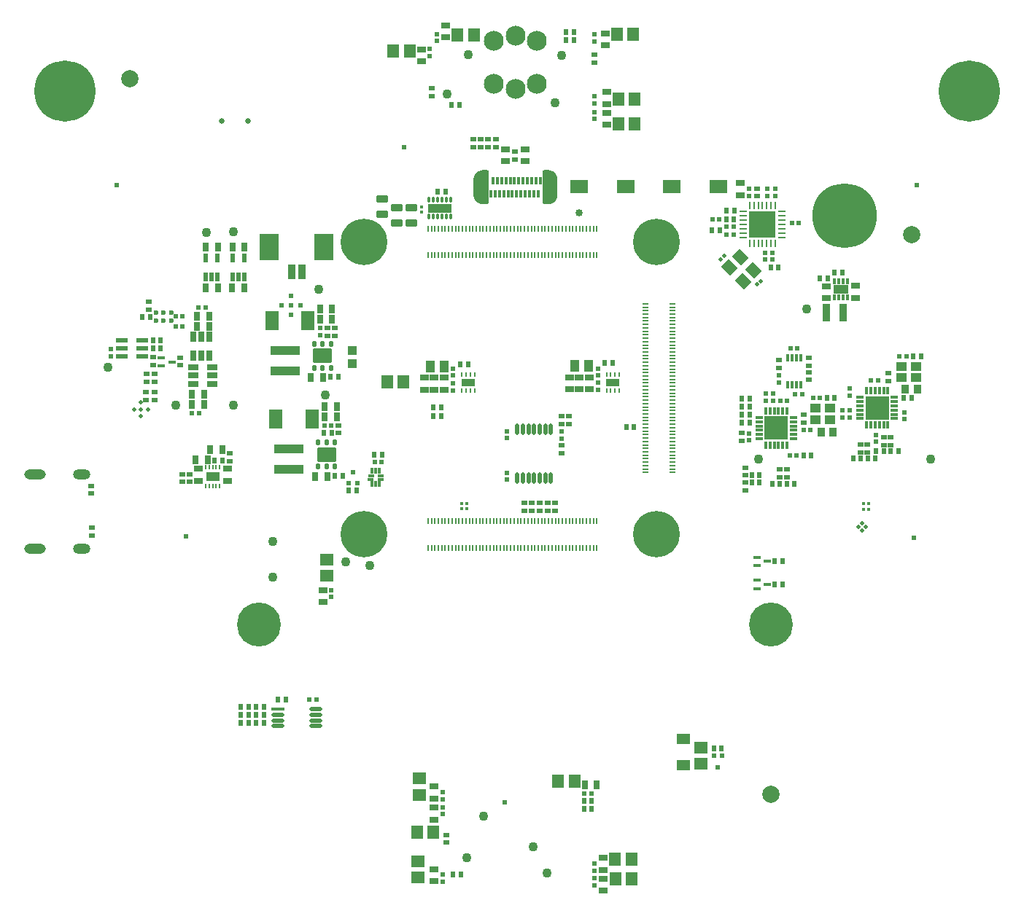
<source format=gts>
G04*
G04 #@! TF.GenerationSoftware,Altium Limited,Altium Designer,22.11.1 (43)*
G04*
G04 Layer_Color=8388736*
%FSLAX44Y44*%
%MOMM*%
G71*
G04*
G04 #@! TF.SameCoordinates,26F5A4DF-9392-4FF3-A447-0E70128FBBFD*
G04*
G04*
G04 #@! TF.FilePolarity,Negative*
G04*
G01*
G75*
%ADD24R,3.1000X3.1000*%
%ADD25R,0.2900X0.8900*%
%ADD26R,0.8900X0.2900*%
%ADD45R,0.2540X0.5588*%
%ADD46R,1.6002X0.9906*%
%ADD50R,1.3300X0.5600*%
G04:AMPARAMS|DCode=52|XSize=0.5mm|YSize=0.25mm|CornerRadius=0.05mm|HoleSize=0mm|Usage=FLASHONLY|Rotation=90.000|XOffset=0mm|YOffset=0mm|HoleType=Round|Shape=RoundedRectangle|*
%AMROUNDEDRECTD52*
21,1,0.5000,0.1500,0,0,90.0*
21,1,0.4000,0.2500,0,0,90.0*
1,1,0.1000,0.0750,0.2000*
1,1,0.1000,0.0750,-0.2000*
1,1,0.1000,-0.0750,-0.2000*
1,1,0.1000,-0.0750,0.2000*
%
%ADD52ROUNDEDRECTD52*%
%ADD63R,3.4000X0.9800*%
%ADD68R,1.6200X2.1800*%
%ADD75R,1.0016X0.8016*%
%ADD76C,1.1016*%
%ADD77R,0.6516X0.5516*%
%ADD78R,0.6216X0.6216*%
%ADD79R,1.6016X1.4016*%
%ADD80R,1.4016X1.6016*%
%ADD81R,0.5516X0.6516*%
%ADD82R,0.6216X0.6216*%
%ADD83R,0.8016X1.0016*%
%ADD84R,0.3266X0.6646*%
%ADD85R,0.4016X0.8516*%
G04:AMPARAMS|DCode=86|XSize=1.3mm|YSize=1.5mm|CornerRadius=0mm|HoleSize=0mm|Usage=FLASHONLY|Rotation=225.000|XOffset=0mm|YOffset=0mm|HoleType=Round|Shape=Rectangle|*
%AMROTATEDRECTD86*
4,1,4,-0.0707,0.9900,0.9900,-0.0707,0.0707,-0.9900,-0.9900,0.0707,-0.0707,0.9900,0.0*
%
%ADD86ROTATEDRECTD86*%

G04:AMPARAMS|DCode=87|XSize=2.2016mm|YSize=1.7016mm|CornerRadius=0.0988mm|HoleSize=0mm|Usage=FLASHONLY|Rotation=0.000|XOffset=0mm|YOffset=0mm|HoleType=Round|Shape=RoundedRectangle|*
%AMROUNDEDRECTD87*
21,1,2.2016,1.5040,0,0,0.0*
21,1,2.0040,1.7016,0,0,0.0*
1,1,0.1976,1.0020,-0.7520*
1,1,0.1976,-1.0020,-0.7520*
1,1,0.1976,-1.0020,0.7520*
1,1,0.1976,1.0020,0.7520*
%
%ADD87ROUNDEDRECTD87*%
G04:AMPARAMS|DCode=88|XSize=0.4516mm|YSize=0.7016mm|CornerRadius=0.1016mm|HoleSize=0mm|Usage=FLASHONLY|Rotation=0.000|XOffset=0mm|YOffset=0mm|HoleType=Round|Shape=RoundedRectangle|*
%AMROUNDEDRECTD88*
21,1,0.4516,0.4985,0,0,0.0*
21,1,0.2485,0.7016,0,0,0.0*
1,1,0.2031,0.1243,-0.2493*
1,1,0.2031,-0.1243,-0.2493*
1,1,0.2031,-0.1243,0.2493*
1,1,0.2031,0.1243,0.2493*
%
%ADD88ROUNDEDRECTD88*%
%ADD89R,0.7646X0.3266*%
%ADD90R,0.6646X0.3266*%
G04:AMPARAMS|DCode=91|XSize=0.5mm|YSize=1.3mm|CornerRadius=0.15mm|HoleSize=0mm|Usage=FLASHONLY|Rotation=180.000|XOffset=0mm|YOffset=0mm|HoleType=Round|Shape=RoundedRectangle|*
%AMROUNDEDRECTD91*
21,1,0.5000,1.0000,0,0,180.0*
21,1,0.2000,1.3000,0,0,180.0*
1,1,0.3000,-0.1000,0.5000*
1,1,0.3000,0.1000,0.5000*
1,1,0.3000,0.1000,-0.5000*
1,1,0.3000,-0.1000,-0.5000*
%
%ADD91ROUNDEDRECTD91*%
%ADD92R,1.5000X0.4500*%
%ADD93O,1.5000X0.4500*%
%ADD94R,0.4000X0.9000*%
%ADD95R,0.9000X0.4000*%
%ADD96R,2.8000X2.8000*%
%ADD97R,2.7516X1.1016*%
G04:AMPARAMS|DCode=98|XSize=0.6016mm|YSize=0.3516mm|CornerRadius=0.0821mm|HoleSize=0mm|Usage=FLASHONLY|Rotation=90.000|XOffset=0mm|YOffset=0mm|HoleType=Round|Shape=RoundedRectangle|*
%AMROUNDEDRECTD98*
21,1,0.6016,0.1875,0,0,90.0*
21,1,0.4375,0.3516,0,0,90.0*
1,1,0.1641,0.0938,0.2188*
1,1,0.1641,0.0938,-0.2188*
1,1,0.1641,-0.0938,-0.2188*
1,1,0.1641,-0.0938,0.2188*
%
%ADD98ROUNDEDRECTD98*%
%ADD99R,0.5000X1.0000*%
%ADD100R,0.4200X0.6400*%
%ADD101R,1.7400X1.0400*%
G04:AMPARAMS|DCode=102|XSize=0.9mm|YSize=1.6mm|CornerRadius=0.0495mm|HoleSize=0mm|Usage=FLASHONLY|Rotation=90.000|XOffset=0mm|YOffset=0mm|HoleType=Round|Shape=RoundedRectangle|*
%AMROUNDEDRECTD102*
21,1,0.9000,1.5010,0,0,90.0*
21,1,0.8010,1.6000,0,0,90.0*
1,1,0.0990,0.7505,0.4005*
1,1,0.0990,0.7505,-0.4005*
1,1,0.0990,-0.7505,-0.4005*
1,1,0.0990,-0.7505,0.4005*
%
%ADD102ROUNDEDRECTD102*%
%ADD103C,0.8516*%
%ADD104R,0.4516X0.4516*%
%ADD105P,0.6387X4X180.0*%
%ADD106R,1.1016X1.0016*%
%ADD107R,0.5016X0.6116*%
%ADD108R,0.7516X1.1616*%
%ADD109R,1.1616X0.7516*%
%ADD110R,0.9016X1.7016*%
%ADD111R,2.2016X3.1016*%
%ADD112R,1.3016X1.1016*%
%ADD113R,0.8116X0.4016*%
%ADD114R,0.9016X2.1016*%
%ADD115R,0.8000X0.2800*%
%ADD116R,0.2800X0.8000*%
%ADD117C,2.0000*%
%ADD118R,0.8216X0.9816*%
G04:AMPARAMS|DCode=119|XSize=0.4216mm|YSize=0.4616mm|CornerRadius=0mm|HoleSize=0mm|Usage=FLASHONLY|Rotation=135.000|XOffset=0mm|YOffset=0mm|HoleType=Round|Shape=Rectangle|*
%AMROTATEDRECTD119*
4,1,4,0.3123,0.0141,-0.0141,-0.3123,-0.3123,-0.0141,0.0141,0.3123,0.3123,0.0141,0.0*
%
%ADD119ROTATEDRECTD119*%

%ADD120R,0.4216X0.4616*%
G04:AMPARAMS|DCode=121|XSize=1.4016mm|YSize=0.8616mm|CornerRadius=0.1458mm|HoleSize=0mm|Usage=FLASHONLY|Rotation=0.000|XOffset=0mm|YOffset=0mm|HoleType=Round|Shape=RoundedRectangle|*
%AMROUNDEDRECTD121*
21,1,1.4016,0.5700,0,0,0.0*
21,1,1.1100,0.8616,0,0,0.0*
1,1,0.2916,0.5550,-0.2850*
1,1,0.2916,-0.5550,-0.2850*
1,1,0.2916,-0.5550,0.2850*
1,1,0.2916,0.5550,0.2850*
%
%ADD121ROUNDEDRECTD121*%
%ADD122R,1.0516X1.4516*%
%ADD123R,2.1016X1.6016*%
%ADD124R,1.6016X1.1516*%
%ADD125C,0.5016*%
%ADD126C,0.6016*%
%ADD127C,0.6516*%
%ADD128C,0.4516*%
%ADD129O,1.1016X0.8016*%
G04:AMPARAMS|DCode=130|XSize=1.7016mm|YSize=1.0016mm|CornerRadius=0mm|HoleSize=0mm|Usage=FLASHONLY|Rotation=45.000|XOffset=0mm|YOffset=0mm|HoleType=Round|Shape=Round|*
%AMOVALD130*
21,1,0.7000,1.0016,0.0000,0.0000,45.0*
1,1,1.0016,-0.2475,-0.2475*
1,1,1.0016,0.2475,0.2475*
%
%ADD130OVALD130*%

G04:AMPARAMS|DCode=131|XSize=1.7016mm|YSize=1.0016mm|CornerRadius=0mm|HoleSize=0mm|Usage=FLASHONLY|Rotation=315.000|XOffset=0mm|YOffset=0mm|HoleType=Round|Shape=Round|*
%AMOVALD131*
21,1,0.7000,1.0016,0.0000,0.0000,315.0*
1,1,1.0016,-0.2475,0.2475*
1,1,1.0016,0.2475,-0.2475*
%
%ADD131OVALD131*%

%ADD132C,5.4000*%
%ADD133O,2.0000X1.2000*%
%ADD134O,2.5000X1.2000*%
%ADD135C,2.3016*%
%ADD136C,7.5016*%
%ADD137C,7.1016*%
%ADD138C,5.1016*%
%ADD139C,0.5080*%
%ADD140C,0.6080*%
%ADD141C,0.6000*%
G36*
X-33145Y332297D02*
X-33041Y332289D01*
X-32937Y332275D01*
X-32834Y332256D01*
X-32732Y332232D01*
X-32632Y332202D01*
X-32533Y332167D01*
X-32436Y332127D01*
X-32342Y332082D01*
X-32250Y332032D01*
X-32161Y331977D01*
X-32074Y331918D01*
X-31991Y331854D01*
X-31912Y331786D01*
X-31836Y331714D01*
X-31764Y331638D01*
X-31696Y331559D01*
X-31632Y331476D01*
X-31573Y331389D01*
X-31518Y331300D01*
X-31468Y331208D01*
X-31423Y331114D01*
X-31383Y331017D01*
X-31348Y330918D01*
X-31318Y330818D01*
X-31294Y330716D01*
X-31275Y330613D01*
X-31261Y330509D01*
X-31253Y330405D01*
X-31250Y330300D01*
Y294800D01*
X-31253Y294695D01*
X-31261Y294591D01*
X-31275Y294487D01*
X-31294Y294384D01*
X-31318Y294282D01*
X-31348Y294182D01*
X-31383Y294083D01*
X-31423Y293986D01*
X-31468Y293892D01*
X-31518Y293800D01*
X-31573Y293711D01*
X-31632Y293624D01*
X-31696Y293541D01*
X-31764Y293462D01*
X-31836Y293386D01*
X-31912Y293314D01*
X-31991Y293246D01*
X-32074Y293182D01*
X-32161Y293123D01*
X-32250Y293068D01*
X-32342Y293018D01*
X-32436Y292973D01*
X-32533Y292933D01*
X-32632Y292898D01*
X-32732Y292868D01*
X-32834Y292844D01*
X-32937Y292825D01*
X-33041Y292811D01*
X-33145Y292803D01*
X-33250Y292800D01*
X-37750D01*
X-38326Y292815D01*
X-38900Y292860D01*
X-39471Y292935D01*
X-40037Y293040D01*
X-40597Y293175D01*
X-41149Y293338D01*
X-41692Y293531D01*
X-42224Y293751D01*
X-42744Y293999D01*
X-43250Y294274D01*
X-43741Y294575D01*
X-44216Y294901D01*
X-44672Y295251D01*
X-45110Y295625D01*
X-45528Y296022D01*
X-45925Y296440D01*
X-46299Y296877D01*
X-46649Y297334D01*
X-46975Y297809D01*
X-47276Y298300D01*
X-47551Y298806D01*
X-47799Y299326D01*
X-48019Y299858D01*
X-48212Y300401D01*
X-48375Y300953D01*
X-48510Y301513D01*
X-48615Y302079D01*
X-48690Y302650D01*
X-48735Y303224D01*
X-48750Y303800D01*
Y321300D01*
X-48735Y321876D01*
X-48690Y322450D01*
X-48615Y323021D01*
X-48510Y323587D01*
X-48375Y324147D01*
X-48212Y324699D01*
X-48019Y325242D01*
X-47799Y325774D01*
X-47551Y326294D01*
X-47276Y326800D01*
X-46975Y327291D01*
X-46649Y327766D01*
X-46299Y328223D01*
X-45925Y328660D01*
X-45528Y329078D01*
X-45110Y329475D01*
X-44672Y329849D01*
X-44216Y330199D01*
X-43741Y330525D01*
X-43250Y330826D01*
X-42744Y331101D01*
X-42224Y331349D01*
X-41692Y331569D01*
X-41149Y331762D01*
X-40597Y331925D01*
X-40037Y332060D01*
X-39471Y332165D01*
X-38900Y332240D01*
X-38326Y332285D01*
X-37750Y332300D01*
X-33250D01*
X-33145Y332297D01*
D02*
G37*
G36*
X38326Y332285D02*
X38900Y332240D01*
X39471Y332165D01*
X40037Y332060D01*
X40597Y331925D01*
X41149Y331762D01*
X41692Y331569D01*
X42224Y331349D01*
X42744Y331101D01*
X43250Y330826D01*
X43741Y330525D01*
X44216Y330199D01*
X44672Y329849D01*
X45110Y329475D01*
X45528Y329078D01*
X45925Y328660D01*
X46299Y328223D01*
X46649Y327766D01*
X46975Y327291D01*
X47276Y326800D01*
X47551Y326294D01*
X47799Y325774D01*
X48019Y325242D01*
X48212Y324699D01*
X48375Y324147D01*
X48510Y323587D01*
X48615Y323021D01*
X48690Y322450D01*
X48735Y321876D01*
X48750Y321300D01*
Y303800D01*
X48735Y303224D01*
X48690Y302650D01*
X48615Y302079D01*
X48510Y301513D01*
X48375Y300953D01*
X48212Y300401D01*
X48019Y299858D01*
X47799Y299326D01*
X47551Y298806D01*
X47276Y298300D01*
X46975Y297809D01*
X46649Y297334D01*
X46299Y296877D01*
X45925Y296440D01*
X45528Y296022D01*
X45110Y295625D01*
X44672Y295251D01*
X44216Y294901D01*
X43741Y294575D01*
X43250Y294274D01*
X42744Y293999D01*
X42224Y293751D01*
X41692Y293531D01*
X41149Y293338D01*
X40597Y293175D01*
X40037Y293040D01*
X39471Y292935D01*
X38900Y292860D01*
X38326Y292815D01*
X37750Y292800D01*
X33250D01*
X33145Y292803D01*
X33041Y292811D01*
X32937Y292825D01*
X32834Y292844D01*
X32732Y292868D01*
X32632Y292898D01*
X32533Y292933D01*
X32436Y292973D01*
X32342Y293018D01*
X32250Y293068D01*
X32161Y293123D01*
X32074Y293182D01*
X31991Y293246D01*
X31912Y293314D01*
X31836Y293386D01*
X31764Y293462D01*
X31696Y293541D01*
X31632Y293624D01*
X31573Y293711D01*
X31518Y293800D01*
X31468Y293892D01*
X31423Y293986D01*
X31383Y294083D01*
X31348Y294182D01*
X31318Y294282D01*
X31294Y294384D01*
X31275Y294487D01*
X31261Y294591D01*
X31253Y294695D01*
X31250Y294800D01*
Y330300D01*
X31253Y330405D01*
X31261Y330509D01*
X31275Y330613D01*
X31294Y330716D01*
X31318Y330818D01*
X31348Y330918D01*
X31383Y331017D01*
X31423Y331114D01*
X31468Y331208D01*
X31518Y331300D01*
X31573Y331389D01*
X31632Y331476D01*
X31696Y331559D01*
X31764Y331638D01*
X31836Y331714D01*
X31912Y331786D01*
X31991Y331854D01*
X32074Y331918D01*
X32161Y331977D01*
X32250Y332032D01*
X32342Y332082D01*
X32436Y332127D01*
X32533Y332167D01*
X32632Y332202D01*
X32732Y332232D01*
X32834Y332256D01*
X32937Y332275D01*
X33041Y332289D01*
X33145Y332297D01*
X33250Y332300D01*
X37750D01*
X38326Y332285D01*
D02*
G37*
D24*
X286616Y269270D02*
D03*
D25*
X301616Y247170D02*
D03*
X296616D02*
D03*
X291616D02*
D03*
X286616D02*
D03*
X281616D02*
D03*
X276616D02*
D03*
X271616D02*
D03*
Y291370D02*
D03*
X276616D02*
D03*
X281616D02*
D03*
X286616D02*
D03*
X291616D02*
D03*
X296616D02*
D03*
X301616D02*
D03*
D26*
X264516Y254270D02*
D03*
Y259270D02*
D03*
Y264270D02*
D03*
Y269270D02*
D03*
Y274270D02*
D03*
Y279270D02*
D03*
Y284270D02*
D03*
X308716D02*
D03*
Y279270D02*
D03*
Y274270D02*
D03*
Y269270D02*
D03*
Y264270D02*
D03*
Y259270D02*
D03*
Y254270D02*
D03*
D45*
X-359500Y-34795D02*
D03*
X-355500D02*
D03*
X-351500D02*
D03*
X-347500D02*
D03*
X-343500D02*
D03*
Y-13205D02*
D03*
X-347500D02*
D03*
X-351500D02*
D03*
X-355500D02*
D03*
X-359500D02*
D03*
D46*
X-351500Y-24000D02*
D03*
D50*
X-457000Y134500D02*
D03*
Y125000D02*
D03*
Y115500D02*
D03*
X-433000D02*
D03*
Y125000D02*
D03*
Y134500D02*
D03*
D52*
X-62500Y76000D02*
D03*
X-57500D02*
D03*
X-52500D02*
D03*
X-47500D02*
D03*
Y95000D02*
D03*
X-52500D02*
D03*
X-57500D02*
D03*
X-62500D02*
D03*
X105500Y76000D02*
D03*
X110500D02*
D03*
X115500D02*
D03*
X120500D02*
D03*
Y95000D02*
D03*
X115500D02*
D03*
X110500D02*
D03*
X105500D02*
D03*
D63*
X-267500Y99150D02*
D03*
Y122850D02*
D03*
X-263000Y-15450D02*
D03*
Y8250D02*
D03*
D68*
X-235900Y43250D02*
D03*
X-278100D02*
D03*
X-240900Y157500D02*
D03*
X-283100D02*
D03*
D75*
X-94875Y-384000D02*
D03*
Y-398000D02*
D03*
X-94375Y-480000D02*
D03*
Y-494000D02*
D03*
X-94875Y-408500D02*
D03*
Y-422500D02*
D03*
X101625Y-467000D02*
D03*
Y-481000D02*
D03*
X101625Y-491000D02*
D03*
Y-505000D02*
D03*
X-106000Y77000D02*
D03*
Y91000D02*
D03*
X62500Y77500D02*
D03*
Y91500D02*
D03*
X261000Y303000D02*
D03*
Y317000D02*
D03*
X-368500Y-14500D02*
D03*
Y-28500D02*
D03*
X-81500Y486500D02*
D03*
Y500500D02*
D03*
X-109501Y472367D02*
D03*
Y458367D02*
D03*
X106000Y385000D02*
D03*
Y399000D02*
D03*
X104000Y491000D02*
D03*
Y477000D02*
D03*
X106000Y409000D02*
D03*
Y423000D02*
D03*
X-223500Y-155500D02*
D03*
Y-169500D02*
D03*
X11500Y342500D02*
D03*
Y356500D02*
D03*
X-12000Y342500D02*
D03*
Y356500D02*
D03*
X-334500Y-14500D02*
D03*
Y-28500D02*
D03*
X360500Y183500D02*
D03*
Y197500D02*
D03*
X394500Y184000D02*
D03*
Y198000D02*
D03*
X-94500Y77000D02*
D03*
Y91000D02*
D03*
X-82500Y77012D02*
D03*
Y91012D02*
D03*
X85500Y77500D02*
D03*
Y91500D02*
D03*
X74000Y77500D02*
D03*
Y91500D02*
D03*
D76*
X-37125Y-418500D02*
D03*
X-57000Y-467000D02*
D03*
X36875Y-484500D02*
D03*
X20000Y-453500D02*
D03*
X-220500Y71000D02*
D03*
X-327500Y59000D02*
D03*
X-394500D02*
D03*
X-228500Y193500D02*
D03*
X-282000Y-99500D02*
D03*
Y-140893D02*
D03*
X-473000Y103000D02*
D03*
X-79500Y421000D02*
D03*
X53500Y465500D02*
D03*
X-55000Y466500D02*
D03*
X46038Y410750D02*
D03*
X-169500Y-127500D02*
D03*
X-197516Y-123016D02*
D03*
X-359000Y260000D02*
D03*
X-328000Y260500D02*
D03*
X338000Y170500D02*
D03*
X481750Y-3500D02*
D03*
X281750D02*
D03*
D77*
X-80000Y-449000D02*
D03*
Y-440000D02*
D03*
X-426000Y170000D02*
D03*
Y179000D02*
D03*
X-429000Y74500D02*
D03*
Y65500D02*
D03*
X-419000Y74500D02*
D03*
Y65500D02*
D03*
X-428500Y86500D02*
D03*
Y95500D02*
D03*
X10000Y-63500D02*
D03*
Y-54500D02*
D03*
X46000Y-63500D02*
D03*
Y-54500D02*
D03*
X37500Y-63500D02*
D03*
Y-54500D02*
D03*
X28000Y-63500D02*
D03*
Y-54500D02*
D03*
X-97000Y427500D02*
D03*
Y418500D02*
D03*
X91500Y457425D02*
D03*
Y466425D02*
D03*
X19000Y-63500D02*
D03*
Y-54500D02*
D03*
X408250Y4500D02*
D03*
Y13500D02*
D03*
X400750Y4500D02*
D03*
Y13500D02*
D03*
X435250Y13000D02*
D03*
Y22000D02*
D03*
X427250Y13000D02*
D03*
Y22000D02*
D03*
X432750Y87000D02*
D03*
Y96000D02*
D03*
X262500Y18000D02*
D03*
Y27000D02*
D03*
X266750Y-22500D02*
D03*
Y-13500D02*
D03*
Y-39500D02*
D03*
Y-30500D02*
D03*
X306750Y-24500D02*
D03*
Y-15500D02*
D03*
X314750Y-24500D02*
D03*
Y-15500D02*
D03*
X334250Y39000D02*
D03*
Y48000D02*
D03*
X-492500Y-43500D02*
D03*
Y-34500D02*
D03*
X-491500Y-83000D02*
D03*
Y-92000D02*
D03*
X53000Y3500D02*
D03*
Y12500D02*
D03*
X280000Y311000D02*
D03*
Y302000D02*
D03*
X-49000Y359000D02*
D03*
Y368000D02*
D03*
X-40500Y359000D02*
D03*
Y368000D02*
D03*
X-32000Y359000D02*
D03*
Y368000D02*
D03*
X-23000Y359000D02*
D03*
Y368000D02*
D03*
X-500Y344500D02*
D03*
Y353500D02*
D03*
X-419000Y95500D02*
D03*
Y86500D02*
D03*
X-210000Y140000D02*
D03*
Y149000D02*
D03*
X-331500Y3000D02*
D03*
Y-6000D02*
D03*
X-420500Y115000D02*
D03*
Y106000D02*
D03*
X-386500Y-30000D02*
D03*
Y-21000D02*
D03*
X-378000Y-21000D02*
D03*
Y-30000D02*
D03*
X-218500Y149000D02*
D03*
Y140000D02*
D03*
X-389500Y105500D02*
D03*
Y114500D02*
D03*
X-205500Y26750D02*
D03*
Y35750D02*
D03*
X340750Y105000D02*
D03*
Y114000D02*
D03*
Y97500D02*
D03*
Y88500D02*
D03*
X305500Y111631D02*
D03*
Y102631D02*
D03*
X53188Y46312D02*
D03*
Y37312D02*
D03*
X61964Y46312D02*
D03*
Y37312D02*
D03*
D78*
X-84875Y-398500D02*
D03*
Y-390500D02*
D03*
Y-416000D02*
D03*
Y-408000D02*
D03*
X-84375Y-494500D02*
D03*
Y-486500D02*
D03*
X91125Y-498500D02*
D03*
Y-490500D02*
D03*
Y-481500D02*
D03*
Y-473500D02*
D03*
X53086Y28600D02*
D03*
Y20600D02*
D03*
X-227000Y140500D02*
D03*
Y148500D02*
D03*
X271000Y310500D02*
D03*
Y302500D02*
D03*
X292000Y310500D02*
D03*
Y302500D02*
D03*
X298500Y228500D02*
D03*
Y236500D02*
D03*
X301500Y310500D02*
D03*
Y302500D02*
D03*
X289500Y228500D02*
D03*
Y236500D02*
D03*
X-10000Y21000D02*
D03*
Y29000D02*
D03*
X-10500Y-19500D02*
D03*
Y-27500D02*
D03*
X-91500Y482075D02*
D03*
Y490075D02*
D03*
X-99500Y464867D02*
D03*
Y472867D02*
D03*
X91500Y399925D02*
D03*
Y391925D02*
D03*
Y481925D02*
D03*
Y489925D02*
D03*
Y417925D02*
D03*
Y409925D02*
D03*
X-213817Y-155878D02*
D03*
Y-163878D02*
D03*
X388250Y53000D02*
D03*
Y45000D02*
D03*
X379750Y45000D02*
D03*
Y53000D02*
D03*
X388250Y70500D02*
D03*
Y78500D02*
D03*
X451250Y43000D02*
D03*
Y51000D02*
D03*
X418250Y24500D02*
D03*
Y16500D02*
D03*
X271250Y18500D02*
D03*
Y26500D02*
D03*
X-469500Y116000D02*
D03*
Y124000D02*
D03*
X305500Y85500D02*
D03*
Y93500D02*
D03*
X-72500Y84500D02*
D03*
Y76500D02*
D03*
Y93500D02*
D03*
Y101500D02*
D03*
X95500Y85000D02*
D03*
Y77000D02*
D03*
Y93500D02*
D03*
Y101500D02*
D03*
D79*
X-111500Y-393500D02*
D03*
Y-374500D02*
D03*
X-113000Y-489500D02*
D03*
Y-470500D02*
D03*
X215000Y-338500D02*
D03*
Y-357500D02*
D03*
X-219000Y-120000D02*
D03*
Y-139000D02*
D03*
D80*
X-95224Y-436776D02*
D03*
X-114224D02*
D03*
X116000Y-491500D02*
D03*
X135000D02*
D03*
X115500Y-468500D02*
D03*
X134500D02*
D03*
X68500Y-377500D02*
D03*
X49500D02*
D03*
X-149000Y86000D02*
D03*
X-130000D02*
D03*
X-142001Y471000D02*
D03*
X-123000D02*
D03*
X-48500Y489500D02*
D03*
X-67500D02*
D03*
X138500Y415000D02*
D03*
X119500D02*
D03*
X136500Y490000D02*
D03*
X117500D02*
D03*
X138500Y386000D02*
D03*
X119500D02*
D03*
D81*
X-63500Y-486500D02*
D03*
X-72500D02*
D03*
X88375Y-400500D02*
D03*
X79375D02*
D03*
X79375Y-409500D02*
D03*
X88375D02*
D03*
X-433000Y162000D02*
D03*
X-424000D02*
D03*
X244470Y275210D02*
D03*
X253470D02*
D03*
X-193500Y-40000D02*
D03*
X-184500D02*
D03*
X-74318Y408182D02*
D03*
X-65318D02*
D03*
X67500Y493000D02*
D03*
X58500D02*
D03*
X-309750Y-310000D02*
D03*
X-318750D02*
D03*
X-309750Y-300500D02*
D03*
X-318750D02*
D03*
X-309750Y-291000D02*
D03*
X-318750D02*
D03*
X-266750Y-282500D02*
D03*
X-275750D02*
D03*
X-292250Y-310000D02*
D03*
X-301250D02*
D03*
X-292250Y-300500D02*
D03*
X-301250D02*
D03*
X-292250Y-291000D02*
D03*
X-301250D02*
D03*
X239000Y-340000D02*
D03*
X230000D02*
D03*
X58500Y483000D02*
D03*
X67500D02*
D03*
X435250Y5500D02*
D03*
X444250D02*
D03*
X427250D02*
D03*
X418250D02*
D03*
X408750Y-3000D02*
D03*
X417750D02*
D03*
X391750D02*
D03*
X400750D02*
D03*
X459750Y68000D02*
D03*
X450750D02*
D03*
X461500Y116000D02*
D03*
X470500D02*
D03*
X271500Y57500D02*
D03*
X262500D02*
D03*
X306750Y-32000D02*
D03*
X297750D02*
D03*
X314750D02*
D03*
X323750D02*
D03*
X262500Y38500D02*
D03*
X271500D02*
D03*
X262500Y48500D02*
D03*
X271500D02*
D03*
X334250Y1000D02*
D03*
X343250D02*
D03*
X274250Y-22500D02*
D03*
X283250D02*
D03*
X271500Y66500D02*
D03*
X262500D02*
D03*
X274250Y-30500D02*
D03*
X283250D02*
D03*
X361250Y68000D02*
D03*
X370250D02*
D03*
X-164000Y2000D02*
D03*
X-155000D02*
D03*
X228000Y262000D02*
D03*
X237000D02*
D03*
X305000Y219500D02*
D03*
X296000D02*
D03*
X245000Y285000D02*
D03*
X254000D02*
D03*
X-81500Y307000D02*
D03*
X-90500D02*
D03*
X-210000Y-22750D02*
D03*
X-201000D02*
D03*
X-340500Y-5500D02*
D03*
X-349500D02*
D03*
X-215000Y92000D02*
D03*
X-206000D02*
D03*
X-412000Y134500D02*
D03*
X-421000D02*
D03*
X370000Y213500D02*
D03*
X379000D02*
D03*
X353500Y206500D02*
D03*
X362500D02*
D03*
X-412000Y125000D02*
D03*
X-421000D02*
D03*
X-222500Y26750D02*
D03*
X-213500D02*
D03*
X137500Y34000D02*
D03*
X128500D02*
D03*
X-55000Y106500D02*
D03*
X-64000D02*
D03*
X-86500Y46500D02*
D03*
X-95500D02*
D03*
X-86500Y56500D02*
D03*
X-95500D02*
D03*
X112500Y108000D02*
D03*
X103500D02*
D03*
X300986Y-149414D02*
D03*
X309986D02*
D03*
X300986Y-122414D02*
D03*
X309986D02*
D03*
D82*
X80000Y-392000D02*
D03*
X88000D02*
D03*
X245000Y266500D02*
D03*
X253000D02*
D03*
X245000Y257500D02*
D03*
X253000D02*
D03*
X329000Y270500D02*
D03*
X321000D02*
D03*
X228500Y275210D02*
D03*
X236500D02*
D03*
X-163500Y-7000D02*
D03*
X-155500D02*
D03*
X-386500Y151000D02*
D03*
X-394500D02*
D03*
X-386500Y162500D02*
D03*
X-394500D02*
D03*
X-239250Y-282500D02*
D03*
X-231250D02*
D03*
X420750Y88000D02*
D03*
X412750D02*
D03*
X453750Y116000D02*
D03*
X445750D02*
D03*
X298750Y73000D02*
D03*
X290750D02*
D03*
X315250Y64500D02*
D03*
X307250D02*
D03*
X290750D02*
D03*
X298750D02*
D03*
X334250Y30500D02*
D03*
X342250D02*
D03*
X318250Y1000D02*
D03*
X326250D02*
D03*
X353250Y68000D02*
D03*
X345250D02*
D03*
X-214000Y35250D02*
D03*
X-222000D02*
D03*
X-360000Y172500D02*
D03*
X-368000D02*
D03*
X-375500Y50000D02*
D03*
X-367500D02*
D03*
X327000Y125500D02*
D03*
X319000D02*
D03*
X332500Y72000D02*
D03*
X324500D02*
D03*
D83*
X94340Y-382000D02*
D03*
X80340D02*
D03*
X-237500Y91000D02*
D03*
X-223500D02*
D03*
X-227000Y170500D02*
D03*
X-213000D02*
D03*
X-227000Y159000D02*
D03*
X-213000D02*
D03*
X-354500Y7500D02*
D03*
X-340500D02*
D03*
X-232500Y-23750D02*
D03*
X-218500D02*
D03*
X-221500Y57250D02*
D03*
X-207500D02*
D03*
X-221500Y45250D02*
D03*
X-207500D02*
D03*
X-357500Y-4000D02*
D03*
X-371500D02*
D03*
X-359500Y243000D02*
D03*
X-345500D02*
D03*
X-359500Y195500D02*
D03*
X-345500D02*
D03*
X-375500Y71500D02*
D03*
X-361500D02*
D03*
X-328500Y243000D02*
D03*
X-314500D02*
D03*
X-329000Y195500D02*
D03*
X-315000D02*
D03*
X-355500Y162500D02*
D03*
X-369500D02*
D03*
X-355500Y151000D02*
D03*
X-369500D02*
D03*
X-375500Y60000D02*
D03*
X-361500D02*
D03*
D84*
X-162500Y-32500D02*
D03*
X-158500D02*
D03*
X-166500D02*
D03*
X-158500Y-17130D02*
D03*
X-162500D02*
D03*
X-166500D02*
D03*
D85*
X-28750Y305000D02*
D03*
X-23750D02*
D03*
X-18750D02*
D03*
X-13750D02*
D03*
X-8750D02*
D03*
X-3750D02*
D03*
X1250D02*
D03*
X6250D02*
D03*
X11250D02*
D03*
X16250D02*
D03*
X21250D02*
D03*
X26250D02*
D03*
X28750Y320100D02*
D03*
X23750D02*
D03*
X18750D02*
D03*
X13750D02*
D03*
X8750D02*
D03*
X3750D02*
D03*
X-1250D02*
D03*
X-6250D02*
D03*
X-11250D02*
D03*
X-16250D02*
D03*
X-21250D02*
D03*
X-26250D02*
D03*
D86*
X260586Y230935D02*
D03*
X276142Y215379D02*
D03*
X264121Y203358D02*
D03*
X248565Y218914D02*
D03*
D87*
X-224000Y116500D02*
D03*
X-219500Y1960D02*
D03*
D88*
X-233500Y130500D02*
D03*
X-224000D02*
D03*
X-214500D02*
D03*
Y102500D02*
D03*
X-224000D02*
D03*
X-233500D02*
D03*
X-229000Y15960D02*
D03*
X-219500D02*
D03*
X-210000D02*
D03*
Y-12040D02*
D03*
X-219500D02*
D03*
X-229000D02*
D03*
D89*
X-167685Y-22815D02*
D03*
D90*
X-168185Y-26815D02*
D03*
X-156815D02*
D03*
Y-22815D02*
D03*
D91*
X41000Y31500D02*
D03*
X34500D02*
D03*
X28000D02*
D03*
X21500D02*
D03*
X15000D02*
D03*
X8500D02*
D03*
X2000D02*
D03*
X41000Y-25500D02*
D03*
X34500D02*
D03*
X28000D02*
D03*
X21500D02*
D03*
X15000D02*
D03*
X8500D02*
D03*
X2000D02*
D03*
D92*
X-275750Y-294250D02*
D03*
D93*
Y-300750D02*
D03*
Y-307250D02*
D03*
Y-313750D02*
D03*
X-231750Y-300750D02*
D03*
Y-294250D02*
D03*
Y-307250D02*
D03*
Y-313750D02*
D03*
D94*
X432250Y76000D02*
D03*
X427250D02*
D03*
X422250D02*
D03*
X417250D02*
D03*
X412250D02*
D03*
X407250D02*
D03*
Y36000D02*
D03*
X412250D02*
D03*
X417250D02*
D03*
X422250D02*
D03*
X427250D02*
D03*
X432250D02*
D03*
X315250Y12500D02*
D03*
X310250D02*
D03*
X305250D02*
D03*
X300250D02*
D03*
X295250D02*
D03*
X290250D02*
D03*
Y52500D02*
D03*
X295250D02*
D03*
X300250D02*
D03*
X305250D02*
D03*
X310250D02*
D03*
X315250D02*
D03*
X330750Y114000D02*
D03*
X325750D02*
D03*
X320750D02*
D03*
X315750D02*
D03*
X330750Y83000D02*
D03*
X325750D02*
D03*
X320750D02*
D03*
X315750D02*
D03*
D95*
X399750Y68500D02*
D03*
Y63500D02*
D03*
Y58500D02*
D03*
Y53500D02*
D03*
Y48500D02*
D03*
Y43500D02*
D03*
X439750D02*
D03*
Y48500D02*
D03*
Y53500D02*
D03*
Y58500D02*
D03*
Y63500D02*
D03*
Y68500D02*
D03*
X322750Y45000D02*
D03*
Y40000D02*
D03*
Y35000D02*
D03*
Y30000D02*
D03*
Y25000D02*
D03*
Y20000D02*
D03*
X282750D02*
D03*
Y25000D02*
D03*
Y30000D02*
D03*
Y35000D02*
D03*
Y40000D02*
D03*
Y45000D02*
D03*
D96*
X419750Y56000D02*
D03*
X302750Y32500D02*
D03*
D97*
X-88000Y288000D02*
D03*
D98*
X-100500Y297500D02*
D03*
X-95500D02*
D03*
X-90500D02*
D03*
X-85500D02*
D03*
X-80500D02*
D03*
X-75500D02*
D03*
Y278500D02*
D03*
X-80500D02*
D03*
X-85500D02*
D03*
X-90500D02*
D03*
X-95500D02*
D03*
X-100500D02*
D03*
D99*
X-353000Y208213D02*
D03*
X-359500D02*
D03*
Y230213D02*
D03*
X-346500Y208213D02*
D03*
Y230213D02*
D03*
X-315123D02*
D03*
Y208213D02*
D03*
X-328123Y230213D02*
D03*
Y208213D02*
D03*
X-321623D02*
D03*
D100*
X370000Y184500D02*
D03*
X375000D02*
D03*
X380000D02*
D03*
X385000D02*
D03*
X370000Y203500D02*
D03*
X375000D02*
D03*
X380000D02*
D03*
X385000D02*
D03*
D101*
X377500Y194000D02*
D03*
D102*
X-55000Y85500D02*
D03*
X113000Y85500D02*
D03*
D103*
X74000Y283000D02*
D03*
D104*
X409750Y-61500D02*
D03*
Y-55500D02*
D03*
X403750Y-61500D02*
D03*
Y-55500D02*
D03*
X-56750Y-61000D02*
D03*
Y-55000D02*
D03*
X-62750Y-61000D02*
D03*
Y-55000D02*
D03*
D105*
X406121Y-81879D02*
D03*
X401879Y-86121D02*
D03*
X402121Y-77879D02*
D03*
X397879Y-82121D02*
D03*
D106*
X-190000Y107000D02*
D03*
Y123000D02*
D03*
D107*
X240000Y-348500D02*
D03*
X230000D02*
D03*
X235000Y-361500D02*
D03*
X-193500Y-31500D02*
D03*
X-183500D02*
D03*
X-188500Y-18500D02*
D03*
D108*
X-355500Y116500D02*
D03*
X-365000D02*
D03*
X-374500D02*
D03*
Y138500D02*
D03*
X-365000D02*
D03*
X-355500D02*
D03*
D109*
X-374500Y84000D02*
D03*
Y93500D02*
D03*
Y103000D02*
D03*
X-352500D02*
D03*
Y93500D02*
D03*
Y84000D02*
D03*
D110*
X-247750Y214000D02*
D03*
X-260250D02*
D03*
D111*
X-222250Y243000D02*
D03*
X-285750D02*
D03*
D112*
X447750Y104000D02*
D03*
X464750Y91000D02*
D03*
X447750D02*
D03*
X464750Y104000D02*
D03*
X347750Y55500D02*
D03*
X364750Y42500D02*
D03*
X347750D02*
D03*
X364750Y55500D02*
D03*
D113*
X-411100Y114500D02*
D03*
Y104500D02*
D03*
X-398900Y109500D02*
D03*
X279986Y-144414D02*
D03*
Y-154414D02*
D03*
X292186Y-149414D02*
D03*
X279986Y-117414D02*
D03*
Y-127414D02*
D03*
X292186Y-122414D02*
D03*
D114*
X360500Y166500D02*
D03*
X380500D02*
D03*
D115*
X150920Y-19010D02*
D03*
X181720D02*
D03*
X150920Y-15010D02*
D03*
X181720D02*
D03*
Y-11010D02*
D03*
X150920D02*
D03*
Y-7010D02*
D03*
X181720D02*
D03*
X150920Y-3010D02*
D03*
X181720D02*
D03*
X150920Y990D02*
D03*
X181720D02*
D03*
X150920Y4990D02*
D03*
X181720D02*
D03*
X150920Y8990D02*
D03*
X181720D02*
D03*
X150920Y12990D02*
D03*
X181720D02*
D03*
Y16990D02*
D03*
X150920D02*
D03*
Y20990D02*
D03*
X181720D02*
D03*
X150920Y24990D02*
D03*
X181720D02*
D03*
Y28990D02*
D03*
X150920D02*
D03*
Y32990D02*
D03*
X181720D02*
D03*
X150920Y36990D02*
D03*
X181720D02*
D03*
Y40990D02*
D03*
X150920D02*
D03*
Y44990D02*
D03*
X181720D02*
D03*
X150920Y48990D02*
D03*
X181720D02*
D03*
X150920Y52990D02*
D03*
X181720D02*
D03*
Y56990D02*
D03*
X150920D02*
D03*
Y60990D02*
D03*
X181720D02*
D03*
Y64990D02*
D03*
X150920D02*
D03*
X181720Y68990D02*
D03*
X150920D02*
D03*
X181720Y72990D02*
D03*
X150920D02*
D03*
X181720Y76990D02*
D03*
X150920D02*
D03*
Y80990D02*
D03*
X181720D02*
D03*
Y84990D02*
D03*
X150920D02*
D03*
X181720Y88990D02*
D03*
X150920D02*
D03*
X181720Y92990D02*
D03*
X150920D02*
D03*
X181720Y96990D02*
D03*
X150920D02*
D03*
X181720Y100990D02*
D03*
X150920D02*
D03*
Y104990D02*
D03*
X181720D02*
D03*
Y108990D02*
D03*
X150920D02*
D03*
Y112990D02*
D03*
X181720D02*
D03*
X150920Y116990D02*
D03*
X181720D02*
D03*
X150920Y120990D02*
D03*
X181720D02*
D03*
X150920Y124990D02*
D03*
X181720D02*
D03*
Y128990D02*
D03*
X150920D02*
D03*
Y132990D02*
D03*
X181720D02*
D03*
X150920Y136990D02*
D03*
X181720D02*
D03*
X150920Y140990D02*
D03*
X181720D02*
D03*
X150920Y144990D02*
D03*
X181720D02*
D03*
X150920Y148990D02*
D03*
X181720D02*
D03*
X150920Y152990D02*
D03*
X181720D02*
D03*
X150920Y156990D02*
D03*
X181720D02*
D03*
X150920Y160990D02*
D03*
X181720D02*
D03*
X150920Y164990D02*
D03*
X181720D02*
D03*
X150920Y168990D02*
D03*
X181720D02*
D03*
X150920Y172990D02*
D03*
X181720D02*
D03*
X150920Y176990D02*
D03*
X181720D02*
D03*
D116*
X-101680Y-75610D02*
D03*
Y-106410D02*
D03*
X-97680Y-75610D02*
D03*
Y-106410D02*
D03*
X-93680Y-75610D02*
D03*
Y-106410D02*
D03*
X-89680Y-75610D02*
D03*
Y-106410D02*
D03*
X-85680Y-75610D02*
D03*
Y-106410D02*
D03*
X-81680Y-75610D02*
D03*
Y-106410D02*
D03*
X-77680Y-75610D02*
D03*
Y-106410D02*
D03*
X-73680Y-75610D02*
D03*
Y-106410D02*
D03*
X-69680Y-75610D02*
D03*
Y-106410D02*
D03*
X-65680Y-75610D02*
D03*
Y-106410D02*
D03*
X-61680Y-75610D02*
D03*
Y-106410D02*
D03*
X-57680Y-75610D02*
D03*
Y-106410D02*
D03*
X-53680D02*
D03*
Y-75610D02*
D03*
X-49680D02*
D03*
Y-106410D02*
D03*
X-45680Y-75610D02*
D03*
Y-106410D02*
D03*
X-41680Y-75610D02*
D03*
Y-106410D02*
D03*
X-37680Y-75610D02*
D03*
Y-106410D02*
D03*
X-33680D02*
D03*
Y-75610D02*
D03*
X-29680D02*
D03*
Y-106410D02*
D03*
X-25680D02*
D03*
Y-75610D02*
D03*
X-21680Y-106410D02*
D03*
Y-75610D02*
D03*
X-17680Y-106410D02*
D03*
Y-75610D02*
D03*
X-13680Y-106410D02*
D03*
Y-75610D02*
D03*
X-9680Y-106410D02*
D03*
Y-75610D02*
D03*
X-5680D02*
D03*
Y-106410D02*
D03*
X-1680D02*
D03*
Y-75610D02*
D03*
X2320Y-106410D02*
D03*
Y-75610D02*
D03*
X6320Y-106410D02*
D03*
Y-75610D02*
D03*
X10320Y-106410D02*
D03*
Y-75610D02*
D03*
X14320D02*
D03*
Y-106410D02*
D03*
X18320D02*
D03*
Y-75610D02*
D03*
X22320D02*
D03*
Y-106410D02*
D03*
X26320Y-75610D02*
D03*
Y-106410D02*
D03*
X30320Y-75610D02*
D03*
Y-106410D02*
D03*
X34320D02*
D03*
Y-75610D02*
D03*
X38320D02*
D03*
Y-106410D02*
D03*
X42320Y-75610D02*
D03*
Y-106410D02*
D03*
X46320D02*
D03*
Y-75610D02*
D03*
X50320D02*
D03*
Y-106410D02*
D03*
X54320Y-75610D02*
D03*
Y-106410D02*
D03*
X58320D02*
D03*
Y-75610D02*
D03*
X62320D02*
D03*
Y-106410D02*
D03*
X66320Y-75610D02*
D03*
Y-106410D02*
D03*
X70320Y-75610D02*
D03*
Y-106410D02*
D03*
X74320Y-75610D02*
D03*
Y-106410D02*
D03*
X78320Y-75610D02*
D03*
Y-106410D02*
D03*
X82320Y-75610D02*
D03*
Y-106410D02*
D03*
X86320D02*
D03*
Y-75610D02*
D03*
X90320D02*
D03*
Y-106410D02*
D03*
X94320Y-75610D02*
D03*
Y-106410D02*
D03*
Y233590D02*
D03*
Y264390D02*
D03*
X90320Y233590D02*
D03*
Y264390D02*
D03*
X86320D02*
D03*
Y233590D02*
D03*
X82320D02*
D03*
Y264390D02*
D03*
X78320Y233590D02*
D03*
Y264390D02*
D03*
X74320Y233590D02*
D03*
Y264390D02*
D03*
X70320Y233590D02*
D03*
Y264390D02*
D03*
X66320Y233590D02*
D03*
Y264390D02*
D03*
X62320Y233590D02*
D03*
Y264390D02*
D03*
X58320D02*
D03*
Y233590D02*
D03*
X54320D02*
D03*
Y264390D02*
D03*
X50320Y233590D02*
D03*
Y264390D02*
D03*
X46320D02*
D03*
Y233590D02*
D03*
X42320D02*
D03*
Y264390D02*
D03*
X38320Y233590D02*
D03*
Y264390D02*
D03*
X34320D02*
D03*
Y233590D02*
D03*
X30320D02*
D03*
Y264390D02*
D03*
X26320Y233590D02*
D03*
Y264390D02*
D03*
X22320Y233590D02*
D03*
Y264390D02*
D03*
X18320D02*
D03*
Y233590D02*
D03*
X14320D02*
D03*
Y264390D02*
D03*
X10320D02*
D03*
Y233590D02*
D03*
X6320Y264390D02*
D03*
Y233590D02*
D03*
X2320Y264390D02*
D03*
Y233590D02*
D03*
X-1680Y264390D02*
D03*
Y233590D02*
D03*
X-5680D02*
D03*
Y264390D02*
D03*
X-9680D02*
D03*
Y233590D02*
D03*
X-13680Y264390D02*
D03*
Y233590D02*
D03*
X-17680Y264390D02*
D03*
Y233590D02*
D03*
X-21680Y264390D02*
D03*
Y233590D02*
D03*
X-25680Y264390D02*
D03*
Y233590D02*
D03*
X-29680D02*
D03*
Y264390D02*
D03*
X-33680D02*
D03*
Y233590D02*
D03*
X-37680D02*
D03*
Y264390D02*
D03*
X-41680Y233590D02*
D03*
Y264390D02*
D03*
X-45680Y233590D02*
D03*
Y264390D02*
D03*
X-49680Y233590D02*
D03*
Y264390D02*
D03*
X-53680D02*
D03*
Y233590D02*
D03*
X-57680D02*
D03*
Y264390D02*
D03*
X-61680Y233590D02*
D03*
Y264390D02*
D03*
X-65680Y233590D02*
D03*
Y264390D02*
D03*
X-69680Y233590D02*
D03*
Y264390D02*
D03*
X-73680Y233590D02*
D03*
Y264390D02*
D03*
X-77680Y233590D02*
D03*
Y264390D02*
D03*
X-81680Y233590D02*
D03*
Y264390D02*
D03*
X-85680Y233590D02*
D03*
Y264390D02*
D03*
X-89680Y233590D02*
D03*
Y264390D02*
D03*
X-93680Y233590D02*
D03*
Y264390D02*
D03*
X-97680Y233590D02*
D03*
Y264390D02*
D03*
X-101680Y233590D02*
D03*
Y264390D02*
D03*
D117*
X459500Y257000D02*
D03*
X296500Y-393000D02*
D03*
X-448000Y438500D02*
D03*
D118*
X452600Y78000D02*
D03*
X466400D02*
D03*
X354600Y28000D02*
D03*
X368400D02*
D03*
D119*
X242201Y232349D02*
D03*
X238241Y228389D02*
D03*
X284480Y203480D02*
D03*
X280520Y199520D02*
D03*
D120*
X-109000Y283700D02*
D03*
Y289300D02*
D03*
D121*
X-121000Y288900D02*
D03*
Y271000D02*
D03*
X-138000Y289000D02*
D03*
Y271100D02*
D03*
X-155000Y299000D02*
D03*
Y281100D02*
D03*
D122*
X-99000Y104000D02*
D03*
X-83000D02*
D03*
X68500Y104500D02*
D03*
X84500D02*
D03*
D123*
X128000Y313000D02*
D03*
X74000D02*
D03*
X181500D02*
D03*
X235500D02*
D03*
D124*
X194500Y-328250D02*
D03*
Y-358750D02*
D03*
D125*
X-443000Y54500D02*
D03*
X-435000Y46500D02*
D03*
X-427000Y54500D02*
D03*
X-435000Y62500D02*
D03*
Y54500D02*
D03*
D126*
X-12500Y-402500D02*
D03*
X-129500Y358500D02*
D03*
X466150Y314587D02*
D03*
X-462650Y314586D02*
D03*
X-383000Y-93000D02*
D03*
X462650Y-95000D02*
D03*
X-224000Y111500D02*
D03*
X-232000Y116500D02*
D03*
X-224000Y121500D02*
D03*
X-216000Y116500D02*
D03*
X-249572Y175369D02*
D03*
X-260572Y164369D02*
D03*
Y175369D02*
D03*
Y186369D02*
D03*
X-271572Y175369D02*
D03*
X-219500Y-3040D02*
D03*
X-227500Y1960D02*
D03*
X-219500Y6960D02*
D03*
X-211500Y1960D02*
D03*
D127*
X-311000Y389000D02*
D03*
X-341000D02*
D03*
D128*
X-98750Y288000D02*
D03*
X-88000D02*
D03*
X-77250D02*
D03*
D129*
X37750Y312550D02*
D03*
X-37750D02*
D03*
D130*
X39950Y301550D02*
D03*
X-39950Y323550D02*
D03*
D131*
Y301550D02*
D03*
X39950Y323550D02*
D03*
D132*
X163850Y248990D02*
D03*
X-176150Y248990D02*
D03*
X163850Y-91010D02*
D03*
X-176150Y-91010D02*
D03*
D133*
X-504101Y-21301D02*
D03*
Y-107701D02*
D03*
D134*
X-557701Y-21301D02*
D03*
Y-107701D02*
D03*
D135*
X-1Y488501D02*
D03*
X-25000Y482500D02*
D03*
X25000D02*
D03*
Y432500D02*
D03*
X-25000D02*
D03*
X0Y426500D02*
D03*
D136*
X382000Y279000D02*
D03*
D137*
X-523250Y423910D02*
D03*
X526750D02*
D03*
D138*
X-298250Y-196090D02*
D03*
X296750D02*
D03*
D139*
X382500Y194000D02*
D03*
X372500D02*
D03*
D140*
X163850Y269740D02*
D03*
Y228240D02*
D03*
X184600Y248990D02*
D03*
X143100D02*
D03*
X-176150Y269740D02*
D03*
Y228240D02*
D03*
X-155400Y248990D02*
D03*
X-196900D02*
D03*
X163850Y-70260D02*
D03*
Y-111760D02*
D03*
X184600Y-91010D02*
D03*
X143100D02*
D03*
X-176150Y-70260D02*
D03*
Y-111760D02*
D03*
X-155400Y-91010D02*
D03*
X-196900D02*
D03*
D141*
X-417750Y167000D02*
D03*
X-408750D02*
D03*
X-399750D02*
D03*
X-417750Y157000D02*
D03*
X-408750D02*
D03*
X-399750D02*
D03*
M02*

</source>
